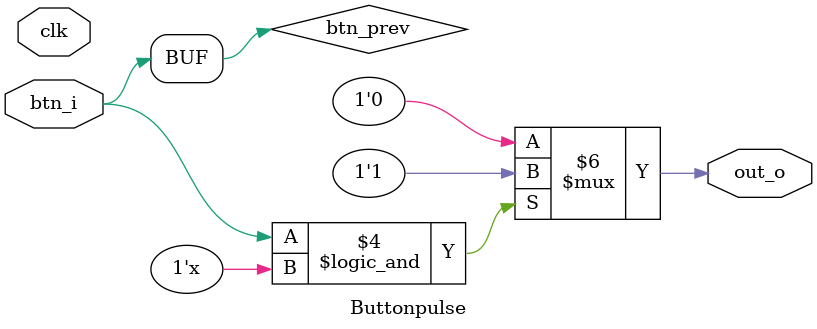
<source format=v>
`timescale 1ns / 1ps

module Buttonpulse(
   input clk,
   input btn_i,
   output reg out_o
    );
    reg btn_prev;
    always@(clk)begin
        btn_prev<=btn_i;
        if(btn_i==1 && btn_prev==0)begin
            out_o<=1;
        end  else begin
            out_o<=0;
        end       
    end
endmodule

</source>
